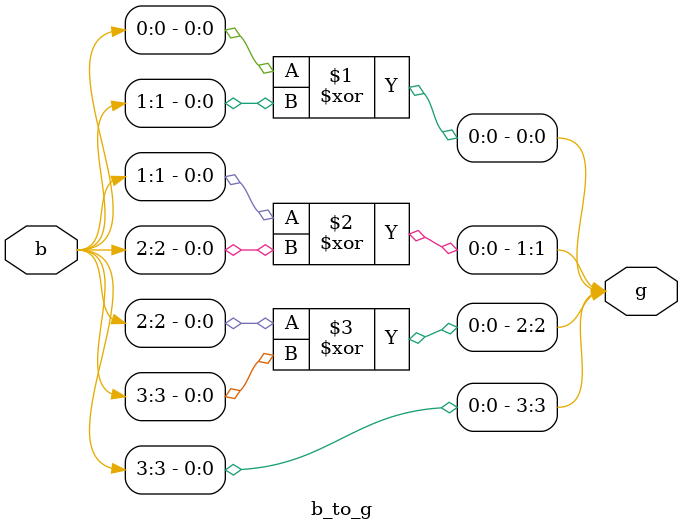
<source format=v>
module b_to_g(b,g);
input [3:0]b;
output [3:0]g;
genvar i;
for(i=0; i<3; i=i+1)
begin
   assign g[i]=b[i]^b[i+1];
end
assign g[3]=b[3];
endmodule

</source>
